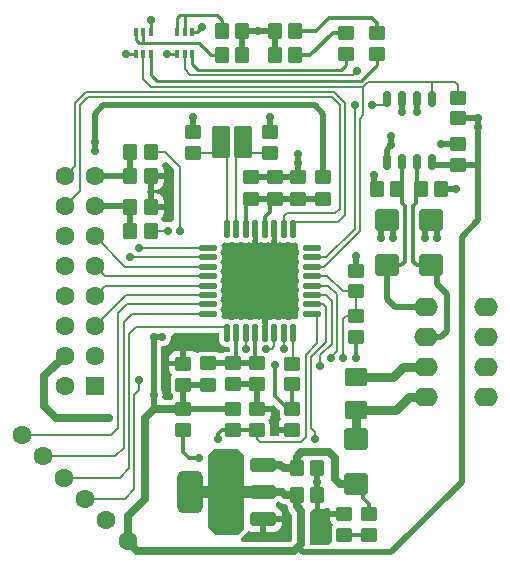
<source format=gtl>
G04 Layer_Physical_Order=1*
G04 Layer_Color=255*
%FSLAX42Y42*%
%MOMM*%
G71*
G01*
G75*
G04:AMPARAMS|DCode=10|XSize=2.7mm|YSize=1.5mm|CornerRadius=0.15mm|HoleSize=0mm|Usage=FLASHONLY|Rotation=90.000|XOffset=0mm|YOffset=0mm|HoleType=Round|Shape=RoundedRectangle|*
%AMROUNDEDRECTD10*
21,1,2.70,1.20,0,0,90.0*
21,1,2.40,1.50,0,0,90.0*
1,1,0.30,0.60,1.20*
1,1,0.30,0.60,-1.20*
1,1,0.30,-0.60,-1.20*
1,1,0.30,-0.60,1.20*
%
%ADD10ROUNDEDRECTD10*%
G04:AMPARAMS|DCode=11|XSize=1.3mm|YSize=0.6mm|CornerRadius=0.15mm|HoleSize=0mm|Usage=FLASHONLY|Rotation=270.000|XOffset=0mm|YOffset=0mm|HoleType=Round|Shape=RoundedRectangle|*
%AMROUNDEDRECTD11*
21,1,1.30,0.30,0,0,270.0*
21,1,1.00,0.60,0,0,270.0*
1,1,0.30,-0.15,-0.50*
1,1,0.30,-0.15,0.50*
1,1,0.30,0.15,0.50*
1,1,0.30,0.15,-0.50*
%
%ADD11ROUNDEDRECTD11*%
G04:AMPARAMS|DCode=12|XSize=1.15mm|YSize=1.3mm|CornerRadius=0.12mm|HoleSize=0mm|Usage=FLASHONLY|Rotation=270.000|XOffset=0mm|YOffset=0mm|HoleType=Round|Shape=RoundedRectangle|*
%AMROUNDEDRECTD12*
21,1,1.15,1.07,0,0,270.0*
21,1,0.92,1.30,0,0,270.0*
1,1,0.23,-0.54,-0.46*
1,1,0.23,-0.54,0.46*
1,1,0.23,0.54,0.46*
1,1,0.23,0.54,-0.46*
%
%ADD12ROUNDEDRECTD12*%
G04:AMPARAMS|DCode=13|XSize=1.8mm|YSize=2mm|CornerRadius=0.18mm|HoleSize=0mm|Usage=FLASHONLY|Rotation=90.000|XOffset=0mm|YOffset=0mm|HoleType=Round|Shape=RoundedRectangle|*
%AMROUNDEDRECTD13*
21,1,1.80,1.64,0,0,90.0*
21,1,1.44,2.00,0,0,90.0*
1,1,0.36,0.82,0.72*
1,1,0.36,0.82,-0.72*
1,1,0.36,-0.82,-0.72*
1,1,0.36,-0.82,0.72*
%
%ADD13ROUNDEDRECTD13*%
G04:AMPARAMS|DCode=14|XSize=0.45mm|YSize=1.5mm|CornerRadius=0.11mm|HoleSize=0mm|Usage=FLASHONLY|Rotation=180.000|XOffset=0mm|YOffset=0mm|HoleType=Round|Shape=RoundedRectangle|*
%AMROUNDEDRECTD14*
21,1,0.45,1.27,0,0,180.0*
21,1,0.23,1.50,0,0,180.0*
1,1,0.23,-0.11,0.64*
1,1,0.23,0.11,0.64*
1,1,0.23,0.11,-0.64*
1,1,0.23,-0.11,-0.64*
%
%ADD14ROUNDEDRECTD14*%
G04:AMPARAMS|DCode=15|XSize=0.45mm|YSize=1.5mm|CornerRadius=0.11mm|HoleSize=0mm|Usage=FLASHONLY|Rotation=270.000|XOffset=0mm|YOffset=0mm|HoleType=Round|Shape=RoundedRectangle|*
%AMROUNDEDRECTD15*
21,1,0.45,1.27,0,0,270.0*
21,1,0.23,1.50,0,0,270.0*
1,1,0.23,-0.64,-0.11*
1,1,0.23,-0.64,0.11*
1,1,0.23,0.64,0.11*
1,1,0.23,0.64,-0.11*
%
%ADD15ROUNDEDRECTD15*%
G04:AMPARAMS|DCode=16|XSize=1.15mm|YSize=1.3mm|CornerRadius=0.12mm|HoleSize=0mm|Usage=FLASHONLY|Rotation=180.000|XOffset=0mm|YOffset=0mm|HoleType=Round|Shape=RoundedRectangle|*
%AMROUNDEDRECTD16*
21,1,1.15,1.07,0,0,180.0*
21,1,0.92,1.30,0,0,180.0*
1,1,0.23,-0.46,0.54*
1,1,0.23,0.46,0.54*
1,1,0.23,0.46,-0.54*
1,1,0.23,-0.46,-0.54*
%
%ADD16ROUNDEDRECTD16*%
G04:AMPARAMS|DCode=17|XSize=3.6mm|YSize=2.2mm|CornerRadius=0.55mm|HoleSize=0mm|Usage=FLASHONLY|Rotation=90.000|XOffset=0mm|YOffset=0mm|HoleType=Round|Shape=RoundedRectangle|*
%AMROUNDEDRECTD17*
21,1,3.60,1.10,0,0,90.0*
21,1,2.50,2.20,0,0,90.0*
1,1,1.10,0.55,1.25*
1,1,1.10,0.55,-1.25*
1,1,1.10,-0.55,-1.25*
1,1,1.10,-0.55,1.25*
%
%ADD17ROUNDEDRECTD17*%
G04:AMPARAMS|DCode=18|XSize=1.2mm|YSize=2.2mm|CornerRadius=0.3mm|HoleSize=0mm|Usage=FLASHONLY|Rotation=90.000|XOffset=0mm|YOffset=0mm|HoleType=Round|Shape=RoundedRectangle|*
%AMROUNDEDRECTD18*
21,1,1.20,1.60,0,0,90.0*
21,1,0.60,2.20,0,0,90.0*
1,1,0.60,0.80,0.30*
1,1,0.60,0.80,-0.30*
1,1,0.60,-0.80,-0.30*
1,1,0.60,-0.80,0.30*
%
%ADD18ROUNDEDRECTD18*%
G04:AMPARAMS|DCode=19|XSize=0.7mm|YSize=0.3mm|CornerRadius=0.07mm|HoleSize=0mm|Usage=FLASHONLY|Rotation=90.000|XOffset=0mm|YOffset=0mm|HoleType=Round|Shape=RoundedRectangle|*
%AMROUNDEDRECTD19*
21,1,0.70,0.15,0,0,90.0*
21,1,0.55,0.30,0,0,90.0*
1,1,0.15,0.07,0.28*
1,1,0.15,0.07,-0.28*
1,1,0.15,-0.07,-0.28*
1,1,0.15,-0.07,0.28*
%
%ADD19ROUNDEDRECTD19*%
G04:AMPARAMS|DCode=20|XSize=1.6mm|YSize=1.8mm|CornerRadius=0.16mm|HoleSize=0mm|Usage=FLASHONLY|Rotation=90.000|XOffset=0mm|YOffset=0mm|HoleType=Round|Shape=RoundedRectangle|*
%AMROUNDEDRECTD20*
21,1,1.60,1.48,0,0,90.0*
21,1,1.28,1.80,0,0,90.0*
1,1,0.32,0.74,0.64*
1,1,0.32,0.74,-0.64*
1,1,0.32,-0.74,-0.64*
1,1,0.32,-0.74,0.64*
%
%ADD20ROUNDEDRECTD20*%
%ADD21C,0.50*%
%ADD22C,0.20*%
%ADD23C,0.30*%
%ADD24C,0.70*%
%ADD25C,1.00*%
%ADD26C,0.40*%
%ADD27C,0.80*%
%ADD28C,0.25*%
%ADD29O,2.00X1.60*%
%ADD30C,1.60*%
%ADD31R,1.60X1.60*%
%ADD32C,0.70*%
G36*
X24446Y20281D02*
X24450Y20261D01*
X24462Y20244D01*
X24479Y20233D01*
X24499Y20229D01*
X24521D01*
X24534Y20219D01*
Y20186D01*
X24511D01*
X24491Y20182D01*
X24474Y20171D01*
X24443D01*
X24426Y20182D01*
X24406Y20186D01*
X24299D01*
X24279Y20182D01*
X24262Y20171D01*
X24232Y20179D01*
X24217Y20189D01*
X24193Y20194D01*
X24165D01*
Y20085D01*
X24140D01*
Y20060D01*
X24024D01*
Y20039D01*
X24029Y20015D01*
X24042Y19995D01*
X24049Y19990D01*
X24038Y19974D01*
X24034Y19953D01*
Y19861D01*
X24038Y19841D01*
X24049Y19824D01*
X24050Y19824D01*
X24052Y19792D01*
X24034Y19773D01*
X23983D01*
X23963Y19803D01*
X23966Y19822D01*
X23963Y19842D01*
X23956Y19860D01*
Y20226D01*
X23965Y20234D01*
X23985Y20237D01*
X24003Y20244D01*
X24018Y20257D01*
X24030Y20272D01*
X24038Y20290D01*
X24041Y20310D01*
X24040Y20317D01*
X24060Y20347D01*
X24446D01*
Y20281D01*
D02*
G37*
G36*
X24965Y18907D02*
X24983Y18899D01*
X25002Y18897D01*
X25007D01*
X25017Y18882D01*
X25024Y18877D01*
Y18875D01*
X25027Y18855D01*
X25034Y18837D01*
X25046Y18822D01*
X25064Y18804D01*
Y18591D01*
X25046Y18573D01*
X24636D01*
X24627Y18603D01*
X24631Y18606D01*
X24681Y18656D01*
X24695Y18668D01*
X24714Y18660D01*
X24735Y18657D01*
X24790D01*
Y18767D01*
X24815D01*
Y18792D01*
X24976D01*
Y18797D01*
X24973Y18818D01*
X24965Y18838D01*
X24952Y18855D01*
X24935Y18867D01*
X24925Y18872D01*
X24923Y18902D01*
X24923Y18903D01*
X24930Y18906D01*
X24945Y18918D01*
X24946Y18919D01*
X24949Y18919D01*
X24965Y18907D01*
D02*
G37*
G36*
X24950Y19695D02*
X24959Y19690D01*
Y19654D01*
X24963Y19634D01*
X24974Y19617D01*
X24967Y19613D01*
X24954Y19592D01*
X24949Y19568D01*
Y19547D01*
X25065D01*
Y19497D01*
X24949D01*
Y19476D01*
X24946Y19473D01*
X24871D01*
X24871Y19474D01*
Y19566D01*
X24867Y19586D01*
X24856Y19603D01*
X24863Y19607D01*
X24876Y19627D01*
X24881Y19651D01*
Y19672D01*
X24765D01*
Y19722D01*
X24882D01*
X24911Y19734D01*
X24950Y19695D01*
D02*
G37*
G36*
X24766Y21161D02*
X24770Y21141D01*
X24775Y21134D01*
Y21102D01*
X24785Y21104D01*
X24799Y21113D01*
X24819Y21109D01*
X24841D01*
X24861Y21113D01*
X24875Y21104D01*
X24885Y21102D01*
Y21134D01*
X24890Y21141D01*
X24893Y21161D01*
Y21225D01*
X24926D01*
Y21161D01*
X24930Y21141D01*
X24935Y21134D01*
Y21102D01*
X24945Y21104D01*
X24959Y21113D01*
X24979Y21109D01*
X25001D01*
X25021Y21113D01*
X25030Y21119D01*
X25039Y21113D01*
X25059Y21109D01*
X25081D01*
X25093Y21111D01*
X25099Y21107D01*
X25112Y21094D01*
X25116Y21088D01*
X25114Y21076D01*
Y21054D01*
X25118Y21034D01*
X25124Y21025D01*
X25118Y21016D01*
X25114Y20996D01*
Y20974D01*
X25118Y20954D01*
X25124Y20945D01*
X25118Y20936D01*
X25114Y20916D01*
Y20894D01*
X25118Y20874D01*
X25124Y20865D01*
X25118Y20856D01*
X25114Y20836D01*
Y20814D01*
X25118Y20794D01*
X25124Y20785D01*
X25118Y20776D01*
X25114Y20756D01*
Y20734D01*
X25118Y20714D01*
X25124Y20705D01*
X25118Y20696D01*
X25114Y20676D01*
Y20654D01*
X25118Y20634D01*
X25124Y20625D01*
X25118Y20616D01*
X25114Y20596D01*
Y20574D01*
X25118Y20554D01*
X25124Y20545D01*
X25118Y20536D01*
X25114Y20516D01*
Y20494D01*
X25116Y20482D01*
X25112Y20476D01*
X25099Y20463D01*
X25093Y20459D01*
X25081Y20461D01*
X25059D01*
X25039Y20457D01*
X25030Y20451D01*
X25021Y20457D01*
X25001Y20461D01*
X24979D01*
X24959Y20457D01*
X24950Y20451D01*
X24941Y20457D01*
X24921Y20461D01*
X24899D01*
X24879Y20457D01*
X24865Y20466D01*
X24855Y20468D01*
Y20436D01*
X24850Y20429D01*
X24846Y20409D01*
Y20345D01*
X24813D01*
Y20409D01*
X24810Y20429D01*
X24805Y20436D01*
Y20468D01*
X24795Y20466D01*
X24781Y20457D01*
X24761Y20461D01*
X24739D01*
X24719Y20457D01*
X24710Y20451D01*
X24701Y20457D01*
X24681Y20461D01*
X24659D01*
X24639Y20457D01*
X24630Y20451D01*
X24621Y20457D01*
X24601Y20461D01*
X24579D01*
X24559Y20457D01*
X24550Y20451D01*
X24541Y20457D01*
X24521Y20461D01*
X24499D01*
X24487Y20459D01*
X24481Y20463D01*
X24468Y20476D01*
X24464Y20482D01*
X24466Y20494D01*
Y20516D01*
X24462Y20536D01*
X24456Y20545D01*
X24462Y20554D01*
X24466Y20574D01*
Y20596D01*
X24462Y20616D01*
X24456Y20625D01*
X24462Y20634D01*
X24466Y20654D01*
Y20676D01*
X24462Y20696D01*
X24456Y20705D01*
X24462Y20714D01*
X24466Y20734D01*
Y20756D01*
X24462Y20776D01*
X24456Y20785D01*
X24462Y20794D01*
X24466Y20814D01*
Y20836D01*
X24462Y20856D01*
X24456Y20865D01*
X24462Y20874D01*
X24466Y20894D01*
Y20916D01*
X24462Y20936D01*
X24456Y20945D01*
X24462Y20954D01*
X24466Y20974D01*
Y20996D01*
X24462Y21016D01*
X24456Y21025D01*
X24462Y21034D01*
X24466Y21054D01*
Y21076D01*
X24464Y21088D01*
X24468Y21094D01*
X24481Y21107D01*
X24487Y21111D01*
X24499Y21109D01*
X24521D01*
X24541Y21113D01*
X24550Y21119D01*
X24559Y21113D01*
X24579Y21109D01*
X24601D01*
X24621Y21113D01*
X24630Y21119D01*
X24639Y21113D01*
X24659Y21109D01*
X24681D01*
X24701Y21113D01*
X24715Y21104D01*
X24725Y21102D01*
Y21134D01*
X24730Y21141D01*
X24733Y21161D01*
Y21225D01*
X24766D01*
Y21161D01*
D02*
G37*
G36*
X25302Y18856D02*
X25323D01*
X25347Y18861D01*
X25358Y18868D01*
X25370Y18864D01*
X25386Y18852D01*
Y18837D01*
X25502D01*
Y18787D01*
X25386D01*
Y18766D01*
X25391Y18742D01*
X25405Y18722D01*
X25400Y18699D01*
X25396Y18678D01*
Y18586D01*
X25398Y18581D01*
X25378Y18551D01*
X25224D01*
X25216Y18560D01*
Y18829D01*
X25222Y18840D01*
X25243Y18856D01*
X25252D01*
Y18972D01*
X25302D01*
Y18856D01*
D02*
G37*
G36*
X24652Y19310D02*
X24652Y18685D01*
X24602Y18635D01*
X24415Y18635D01*
X24352Y18697D01*
X24352Y19310D01*
X24402Y19360D01*
X24602Y19360D01*
X24652Y19310D01*
D02*
G37*
G36*
X24064Y21726D02*
Y21303D01*
X24035Y21283D01*
X24034Y21283D01*
X24015Y21286D01*
X23995Y21283D01*
X23991Y21281D01*
X23971Y21283D01*
X23952Y21307D01*
X23964Y21326D01*
X23969Y21332D01*
X23974Y21356D01*
Y21385D01*
X23865D01*
Y21410D01*
X23840D01*
Y21531D01*
X23833Y21541D01*
X23840Y21551D01*
Y21672D01*
X23865D01*
Y21697D01*
X23974D01*
Y21726D01*
X23969Y21750D01*
X23964Y21757D01*
X23960Y21764D01*
X23967Y21783D01*
X24001Y21789D01*
X24064Y21726D01*
D02*
G37*
%LPC*%
G36*
X24115Y20194D02*
X24086D01*
X24062Y20189D01*
X24042Y20175D01*
X24029Y20155D01*
X24024Y20131D01*
Y20110D01*
X24115D01*
Y20194D01*
D02*
G37*
G36*
X24976Y18742D02*
X24840D01*
Y18657D01*
X24895D01*
X24916Y18660D01*
X24935Y18668D01*
X24952Y18680D01*
X24965Y18697D01*
X24973Y18717D01*
X24976Y18737D01*
Y18742D01*
D02*
G37*
G36*
X23974Y21647D02*
X23890D01*
Y21556D01*
X23911D01*
X23935Y21561D01*
X23955Y21575D01*
X23969Y21595D01*
X23974Y21619D01*
Y21647D01*
D02*
G37*
G36*
X23911Y21526D02*
X23890D01*
Y21435D01*
X23974D01*
Y21463D01*
X23969Y21487D01*
X23955Y21508D01*
X23935Y21521D01*
X23911Y21526D01*
D02*
G37*
%LPD*%
D10*
X24457Y21960D02*
D03*
X24647D02*
D03*
D11*
X25862Y22325D02*
D03*
X25989D02*
D03*
X26116D02*
D03*
X25862Y21795D02*
D03*
X25989D02*
D03*
X26116D02*
D03*
X26243Y22325D02*
D03*
Y21795D02*
D03*
D12*
X24227Y22047D02*
D03*
Y21870D02*
D03*
X24877Y22047D02*
D03*
Y21870D02*
D03*
X25327Y21662D02*
D03*
Y21482D02*
D03*
X25115Y21660D02*
D03*
Y21482D02*
D03*
X24915Y21660D02*
D03*
Y21482D02*
D03*
X24715Y21660D02*
D03*
Y21482D02*
D03*
X24140Y19697D02*
D03*
Y19522D02*
D03*
X24565D02*
D03*
Y19697D02*
D03*
X24765D02*
D03*
Y19520D02*
D03*
X24765Y19910D02*
D03*
Y20087D02*
D03*
X24565Y19910D02*
D03*
Y20087D02*
D03*
X24352Y19907D02*
D03*
Y20087D02*
D03*
X24140Y20085D02*
D03*
Y19907D02*
D03*
X25602Y20485D02*
D03*
Y20310D02*
D03*
Y20872D02*
D03*
Y20695D02*
D03*
X26465Y21947D02*
D03*
Y21770D02*
D03*
Y22335D02*
D03*
Y22160D02*
D03*
X25515Y22887D02*
D03*
Y22707D02*
D03*
X25777Y22887D02*
D03*
Y22707D02*
D03*
X25065Y19522D02*
D03*
Y19700D02*
D03*
Y20085D02*
D03*
Y19910D02*
D03*
X25502Y18632D02*
D03*
Y18812D02*
D03*
X25715Y18810D02*
D03*
Y18635D02*
D03*
D13*
X25865Y20919D02*
D03*
Y21299D02*
D03*
X26240Y20919D02*
D03*
Y21299D02*
D03*
X25602Y19069D02*
D03*
Y19449D02*
D03*
D14*
X24670Y20345D02*
D03*
X24670Y21225D02*
D03*
X24510Y20345D02*
D03*
X24590D02*
D03*
X24510Y21225D02*
D03*
X24590D02*
D03*
X24750Y20345D02*
D03*
X24830D02*
D03*
X24910D02*
D03*
X24990D02*
D03*
X25070D02*
D03*
X24750Y21225D02*
D03*
X24830D02*
D03*
X24910D02*
D03*
X24990D02*
D03*
X25070D02*
D03*
D15*
X24350Y20905D02*
D03*
X25230D02*
D03*
X24350Y20665D02*
D03*
Y20505D02*
D03*
Y20585D02*
D03*
Y20745D02*
D03*
Y20825D02*
D03*
Y20985D02*
D03*
Y21065D02*
D03*
X25230Y20665D02*
D03*
Y20505D02*
D03*
Y20585D02*
D03*
Y20745D02*
D03*
Y20825D02*
D03*
Y20985D02*
D03*
Y21065D02*
D03*
D16*
X23865Y21210D02*
D03*
X23690D02*
D03*
X23865Y21410D02*
D03*
X23687D02*
D03*
X23865Y21672D02*
D03*
X23687D02*
D03*
X23865Y21872D02*
D03*
X23690D02*
D03*
X25277Y19197D02*
D03*
X25100D02*
D03*
X25277Y18972D02*
D03*
X25100D02*
D03*
X25952Y21560D02*
D03*
X25777D02*
D03*
X26327D02*
D03*
X26152D02*
D03*
X24465Y22897D02*
D03*
X24640D02*
D03*
X24465Y22697D02*
D03*
X24640D02*
D03*
X24915Y22897D02*
D03*
X25090D02*
D03*
X24915Y22697D02*
D03*
X25090D02*
D03*
D17*
X24195Y18997D02*
D03*
D18*
X24815D02*
D03*
Y19227D02*
D03*
Y18767D02*
D03*
D19*
X24087Y22892D02*
D03*
X24152D02*
D03*
X24217D02*
D03*
X24087Y22702D02*
D03*
X24152D02*
D03*
X24217D02*
D03*
X23737Y22892D02*
D03*
X23802D02*
D03*
X23867D02*
D03*
X23737Y22702D02*
D03*
X23802D02*
D03*
X23867D02*
D03*
D20*
X25602Y19975D02*
D03*
Y19695D02*
D03*
D21*
X25577Y20872D02*
X25602Y20897D01*
X26116Y22211D02*
Y22325D01*
X25989Y22211D02*
Y22325D01*
X24877Y22047D02*
Y22172D01*
X24227Y22047D02*
Y22172D01*
X26327Y21947D02*
X26465D01*
X25902Y21935D02*
Y22010D01*
X25862Y21894D02*
X25902Y21935D01*
X25862Y21795D02*
Y21894D01*
X24715Y21482D02*
X24915D01*
X25115D01*
X25327D01*
X24352Y20087D02*
X24565D01*
X24727D01*
X23390Y21671D02*
X23686D01*
X23687Y21672D01*
X23390Y21417D02*
X23680D01*
X23687Y21410D01*
Y21672D02*
Y21870D01*
X23690Y21872D01*
X23687Y21212D02*
Y21410D01*
Y21212D02*
X23690Y21210D01*
X24140Y19907D02*
X24352D01*
X24140Y19697D02*
X24565D01*
X24140D02*
Y19907D01*
X25602Y20897D02*
Y20997D01*
X26240Y20919D02*
X26290Y20869D01*
Y20760D02*
Y20869D01*
Y20760D02*
X26377Y20672D01*
X26502Y21160D02*
X26640Y21297D01*
X26465Y21770D02*
X26637D01*
X26640Y21772D01*
Y21297D02*
Y21772D01*
X26243Y21770D02*
Y21795D01*
X25752Y21585D02*
X25777Y21560D01*
X25752Y21585D02*
Y21685D01*
X26465Y22160D02*
X26640D01*
X24140Y20085D02*
Y20210D01*
X24227Y20297D01*
X23890Y20310D02*
X23965D01*
X24765Y19697D02*
Y19910D01*
X24565Y19910D02*
X24765D01*
X24765Y19910D01*
X26327Y21560D02*
X26452D01*
X26452Y21560D01*
X26190Y21249D02*
X26240Y21299D01*
X26190Y21147D02*
Y21249D01*
X26240Y21299D02*
X26290Y21249D01*
Y21147D02*
Y21249D01*
X25865Y21299D02*
X25915Y21249D01*
Y21147D02*
Y21249D01*
X25815D02*
X25865Y21299D01*
X25815Y21147D02*
Y21249D01*
X26502Y19085D02*
Y21160D01*
X25936Y20564D02*
X26194D01*
X25865Y20635D02*
X25936Y20564D01*
X25865Y20635D02*
Y20919D01*
X26194Y20310D02*
X26327D01*
X26377Y20360D01*
Y20672D01*
X25902Y18485D02*
X26502Y19085D01*
X24640Y22697D02*
Y22897D01*
X24915Y22697D02*
Y22897D01*
X24640D02*
X24777D01*
X24915D01*
X23390Y21960D02*
Y22197D01*
X23465Y22272D01*
X25252D01*
X25327Y22197D01*
Y21662D02*
Y22197D01*
X26640Y21772D02*
Y22085D01*
Y22160D01*
X23390Y21885D02*
Y21960D01*
X24715Y21660D02*
X24915D01*
X25115D01*
Y21785D01*
Y21860D01*
X25109Y18529D02*
X25152Y18485D01*
X25902D01*
X25277Y18972D02*
Y19085D01*
Y19197D01*
X23890Y19697D02*
Y20310D01*
X26243Y21770D02*
X26465D01*
D22*
X24762Y19450D02*
Y19522D01*
X24667Y21870D02*
X24877D01*
X24647Y21890D02*
X24667Y21870D01*
X24647Y21890D02*
Y21960D01*
X24457Y21877D02*
Y21960D01*
X24450Y21870D02*
X24457Y21877D01*
X24227Y21870D02*
X24450D01*
X24457Y21960D02*
X24510Y21907D01*
X24590Y21902D02*
X24647Y21960D01*
X25302Y20158D02*
X25397Y20253D01*
X25302Y20060D02*
Y20158D01*
X25230Y20905D02*
X25335D01*
X25230Y20985D02*
X25351D01*
X24990Y21225D02*
Y21335D01*
X25015Y21360D01*
X25427D01*
X25465Y21397D01*
X25077Y21285D02*
X25452D01*
X25510Y21342D01*
X23648Y20905D02*
X24350D01*
X23390Y21163D02*
X23648Y20905D01*
X23474Y20825D02*
X24350D01*
X23390Y20909D02*
X23474Y20825D01*
X23479Y20745D02*
X24350D01*
X23390Y20655D02*
X23479Y20745D01*
X23653Y20665D02*
X24350D01*
X23390Y20401D02*
X23653Y20665D01*
X24510Y20345D02*
Y20390D01*
X24502Y20397D02*
X24510Y20390D01*
X25230Y20505D02*
X25270D01*
X25277Y20497D01*
X25230Y20585D02*
X25327D01*
X25352Y20560D01*
X23690Y20985D02*
X24350D01*
X23765Y21065D02*
X24350D01*
X24670Y20210D02*
Y20345D01*
X23865Y21210D02*
X24015D01*
X24990Y20210D02*
Y20345D01*
X24990Y20210D02*
X24990Y20210D01*
X25352Y20271D02*
Y20560D01*
X25230Y20665D02*
X25347D01*
X25397Y20615D01*
Y20253D02*
Y20615D01*
X25230Y20745D02*
X25367D01*
X25230Y20825D02*
X25362D01*
X25277Y20260D02*
Y20497D01*
X25390Y20135D02*
X25442Y20187D01*
Y20670D01*
X25367Y20745D02*
X25442Y20670D01*
X23590Y20510D02*
X23665Y20585D01*
X23590Y19541D02*
Y20510D01*
X23527Y19478D02*
X23590Y19541D01*
X23665Y20585D02*
X24350D01*
X22772Y19478D02*
X23527D01*
X23635Y20435D02*
X23705Y20505D01*
X23635Y19369D02*
Y20435D01*
X23565Y19299D02*
X23635Y19369D01*
X23705Y20505D02*
X24350D01*
X22951Y19299D02*
X23565D01*
X23680Y20335D02*
X23742Y20397D01*
X23680Y19197D02*
Y20335D01*
X23602Y19119D02*
X23680Y19197D01*
X23742Y20397D02*
X24502D01*
X23131Y19119D02*
X23602D01*
X23310Y18940D02*
X23645D01*
X23725Y19020D01*
Y19820D01*
X23765Y19860D01*
Y19947D01*
X25490Y20135D02*
Y20460D01*
X25515Y20485D01*
X25602D01*
X25362Y20825D02*
X25492Y20695D01*
X25577D01*
X25602Y20485D02*
Y20695D01*
X25177Y20160D02*
X25277Y20260D01*
X25222Y20141D02*
X25352Y20271D01*
X25070Y20090D02*
Y20345D01*
X25065Y20085D02*
X25070Y20090D01*
X24840Y20210D02*
X24890D01*
X24910Y20230D01*
Y20345D01*
X24762Y19450D02*
X24790Y19422D01*
X25140D01*
X25177Y19460D01*
Y20160D01*
X25252Y19447D02*
Y19505D01*
X25222Y19535D02*
X25252Y19505D01*
X25222Y19535D02*
Y20141D01*
X23265Y21546D02*
Y22272D01*
X23136Y21417D02*
X23265Y21546D01*
X23136Y21671D02*
X23220Y21755D01*
Y22291D01*
X25862Y22276D02*
Y22325D01*
X25593Y21227D02*
Y22276D01*
X25351Y20985D02*
X25593Y21227D01*
X25335Y20905D02*
X25638Y21208D01*
Y22158D01*
X25665Y22185D01*
X26440Y22472D02*
X26465Y22447D01*
Y22335D02*
Y22447D01*
X26243Y22325D02*
Y22470D01*
X26240Y22472D02*
X26243Y22470D01*
X26240Y22472D02*
X26440D01*
X23865Y21872D02*
X23990D01*
X24115Y21747D01*
Y21210D02*
Y21747D01*
X24510Y21225D02*
Y21907D01*
X24590Y21225D02*
Y21902D01*
X23220Y22291D02*
X23314Y22385D01*
X23265Y22272D02*
X23332Y22340D01*
X23314Y22385D02*
X25415D01*
X25510Y22290D01*
Y21342D02*
Y22290D01*
X23332Y22340D02*
X25396D01*
X25465Y22271D01*
Y21397D02*
Y22271D01*
X25665Y22185D02*
Y22430D01*
X25707Y22472D01*
X26240D01*
X23802Y22497D02*
Y22702D01*
Y22497D02*
X23870Y22430D01*
X25665D01*
X24152Y22575D02*
Y22702D01*
Y22575D02*
X24202Y22525D01*
X25580D01*
X25615Y22560D01*
X24510Y21907D02*
Y21970D01*
X24590Y21902D02*
Y21965D01*
X25743Y22276D02*
X25862D01*
D23*
X24670Y21225D02*
Y21437D01*
X24715Y21482D01*
X24830Y21225D02*
Y21325D01*
X24877Y21372D01*
Y21445D01*
X24915Y21482D01*
X24750Y20122D02*
Y20345D01*
X24590Y20125D02*
Y20345D01*
X24565Y20087D02*
X24590Y20112D01*
X25070Y21225D02*
Y21277D01*
X25077Y21285D01*
X24565Y19522D02*
X24762D01*
X25989Y21596D02*
Y21795D01*
X25952Y21560D02*
X25989Y21596D01*
X26116Y21597D02*
Y21795D01*
Y21597D02*
X26152Y21560D01*
X25952D02*
X25990Y21522D01*
Y21447D02*
Y21522D01*
Y21447D02*
X26015Y21422D01*
X26115Y21522D02*
X26152Y21560D01*
X26090Y21422D02*
X26115Y21447D01*
Y21522D01*
X25865Y20919D02*
X25987D01*
X26015Y20947D01*
Y21422D01*
X26090Y20947D02*
Y21422D01*
Y20947D02*
X26118Y20919D01*
X26240D01*
X25602Y20135D02*
Y20310D01*
X24990Y19735D02*
X25030D01*
X25065Y19700D01*
Y19910D01*
X24915Y19810D02*
Y20072D01*
Y19810D02*
X24990Y19735D01*
X24140Y19335D02*
Y19522D01*
Y19335D02*
X24190Y19285D01*
X24277D01*
X24432Y19442D02*
Y19490D01*
X24465Y19522D01*
X24565D01*
X25602Y19069D02*
X25665Y19007D01*
X25505Y18635D02*
X25715D01*
X25502Y18632D02*
X25505Y18635D01*
X25665Y18947D02*
Y19007D01*
Y18947D02*
X25715Y18897D01*
Y18772D02*
Y18810D01*
Y18897D01*
X25090Y22697D02*
X25215D01*
X25405Y22887D01*
X25515D01*
X25090Y22897D02*
X25265D01*
X25377Y23010D01*
X25740D01*
X25777Y22972D01*
Y22887D02*
Y22972D01*
X24727Y20087D02*
X24750Y20110D01*
D24*
X23815Y19622D02*
X23890Y19697D01*
X24140D01*
X23815Y19547D02*
Y19622D01*
Y19472D02*
Y19547D01*
X23365Y19622D02*
X23440D01*
X23515D01*
X22965Y19722D02*
X23065Y19622D01*
X22965Y19722D02*
Y19976D01*
X23065Y19622D02*
X23365D01*
X25468Y19069D02*
X25602D01*
X25427Y19110D02*
X25468Y19069D01*
X25100Y19197D02*
Y19295D01*
X25427Y19110D02*
Y19285D01*
X25100Y19295D02*
X25140Y19335D01*
X25377D01*
X25427Y19285D01*
X24990Y19197D02*
X25100D01*
X24960Y19227D02*
X24990Y19197D01*
X24815Y19227D02*
X24960D01*
X23670Y18580D02*
Y18790D01*
X23815Y18935D01*
Y19472D01*
X23670Y18580D02*
X23752Y18497D01*
X25002Y18972D02*
X25100D01*
X24977Y18997D02*
X25002Y18972D01*
X24815Y18997D02*
X24977D01*
X25100Y18875D02*
X25140Y18835D01*
Y18560D02*
Y18835D01*
X25100Y18875D02*
Y18972D01*
X23752Y18497D02*
X25077D01*
X25109Y18529D01*
X25140Y18560D01*
X22965Y19976D02*
X23136Y20147D01*
D25*
X24195Y18997D02*
X24815D01*
D26*
X24830Y20345D02*
Y20520D01*
X24827Y20522D02*
X24830Y20520D01*
X24750Y21087D02*
Y21225D01*
Y21087D02*
X24752Y21085D01*
X24910Y21077D02*
Y21225D01*
Y21077D02*
X24915Y21072D01*
D27*
X25602Y19975D02*
X25917D01*
X25998Y20056D01*
X26194D01*
X25945Y19695D02*
X26052Y19802D01*
X25602Y19695D02*
X25945D01*
X26052Y19802D02*
X26194D01*
X25602Y19449D02*
Y19695D01*
D28*
X24465Y22897D02*
Y22997D01*
X24427Y23035D02*
X24465Y22997D01*
X24087Y23007D02*
X24115Y23035D01*
X24087Y22892D02*
Y23007D01*
X24152Y22892D02*
Y23035D01*
X24152Y23035D02*
X24152Y23035D01*
X24115Y23035D02*
X24152D01*
X24427D01*
X24217Y22892D02*
X24260D01*
X24302Y22935D01*
X24377Y22697D02*
X24465D01*
X24277Y22797D02*
X24377Y22697D01*
X23737Y22825D02*
Y22892D01*
Y22825D02*
X23765Y22797D01*
X23802Y22797D02*
Y22892D01*
X23802Y22797D02*
X23802Y22797D01*
X23765Y22797D02*
X23802D01*
X24277D01*
X23867Y22892D02*
Y22995D01*
X24007Y22702D02*
X24087D01*
X23657D02*
X23737D01*
X25645Y22477D02*
X25777Y22610D01*
Y22707D01*
X23867Y22532D02*
Y22702D01*
Y22532D02*
X23922Y22477D01*
X25645D01*
X25515Y22610D02*
Y22707D01*
X25477Y22572D02*
X25515Y22610D01*
X24265Y22572D02*
X25477D01*
X24217Y22620D02*
X24265Y22572D01*
X24217Y22620D02*
Y22702D01*
D29*
X26702Y20056D02*
D03*
Y20564D02*
D03*
Y20310D02*
D03*
Y19802D02*
D03*
X26194D02*
D03*
Y20310D02*
D03*
Y20564D02*
D03*
Y20056D02*
D03*
D30*
X22951Y19299D02*
D03*
X23490Y18760D02*
D03*
X22772Y19478D02*
D03*
X23131Y19119D02*
D03*
X23310Y18940D02*
D03*
X23670Y18580D02*
D03*
X23390Y20401D02*
D03*
Y21163D02*
D03*
X23136Y20401D02*
D03*
Y21163D02*
D03*
X23390Y20147D02*
D03*
Y20909D02*
D03*
Y20655D02*
D03*
Y21671D02*
D03*
Y21417D02*
D03*
X23136Y19893D02*
D03*
Y20147D02*
D03*
Y20909D02*
D03*
Y20655D02*
D03*
Y21671D02*
D03*
Y21417D02*
D03*
D31*
X23390Y19893D02*
D03*
D32*
X26116Y22211D02*
D03*
X25989Y22211D02*
D03*
X24877Y22172D02*
D03*
X24227Y22172D02*
D03*
X25302Y20060D02*
D03*
X26327Y21947D02*
D03*
X25902Y22010D02*
D03*
Y21935D02*
D03*
X23690Y20985D02*
D03*
X23765Y21065D02*
D03*
X24670Y20210D02*
D03*
X24115Y21210D02*
D03*
X24015D02*
D03*
X24990Y20210D02*
D03*
X25390Y20135D02*
D03*
X23765Y19947D02*
D03*
X25490Y20135D02*
D03*
X25602Y20997D02*
D03*
X23815Y19622D02*
D03*
Y19547D02*
D03*
Y19472D02*
D03*
X23365Y19622D02*
D03*
X23440D02*
D03*
X23515D02*
D03*
X25752Y21685D02*
D03*
X26640Y22160D02*
D03*
X24227Y20297D02*
D03*
X23890Y20310D02*
D03*
X23965Y20310D02*
D03*
X23390Y21885D02*
D03*
X23390Y21960D02*
D03*
X25602Y20135D02*
D03*
X23890Y19822D02*
D03*
X24540Y21035D02*
D03*
X25052D02*
D03*
X24540Y20785D02*
D03*
X25052D02*
D03*
X24540Y20535D02*
D03*
X25052D02*
D03*
X24790Y21035D02*
D03*
Y20785D02*
D03*
Y20535D02*
D03*
X24015Y21672D02*
D03*
Y21410D02*
D03*
Y21547D02*
D03*
X24390Y20297D02*
D03*
X26452Y21560D02*
D03*
X26190Y21147D02*
D03*
X26290D02*
D03*
X25915D02*
D03*
X25815D02*
D03*
X24840Y20210D02*
D03*
X24915Y20072D02*
D03*
X24277Y19285D02*
D03*
X24432Y19442D02*
D03*
X25252Y19447D02*
D03*
X25743Y22276D02*
D03*
X25593D02*
D03*
X24777Y22897D02*
D03*
X24302Y22935D02*
D03*
X23867Y22995D02*
D03*
X24007Y22702D02*
D03*
X23657D02*
D03*
X25615Y22560D02*
D03*
X26640Y22085D02*
D03*
X25115Y21785D02*
D03*
Y21860D02*
D03*
X24915Y19672D02*
D03*
Y19597D02*
D03*
X25277Y18810D02*
D03*
Y18610D02*
D03*
X24840D02*
D03*
X24727D02*
D03*
X25027Y18772D02*
D03*
X25277Y19085D02*
D03*
M02*

</source>
